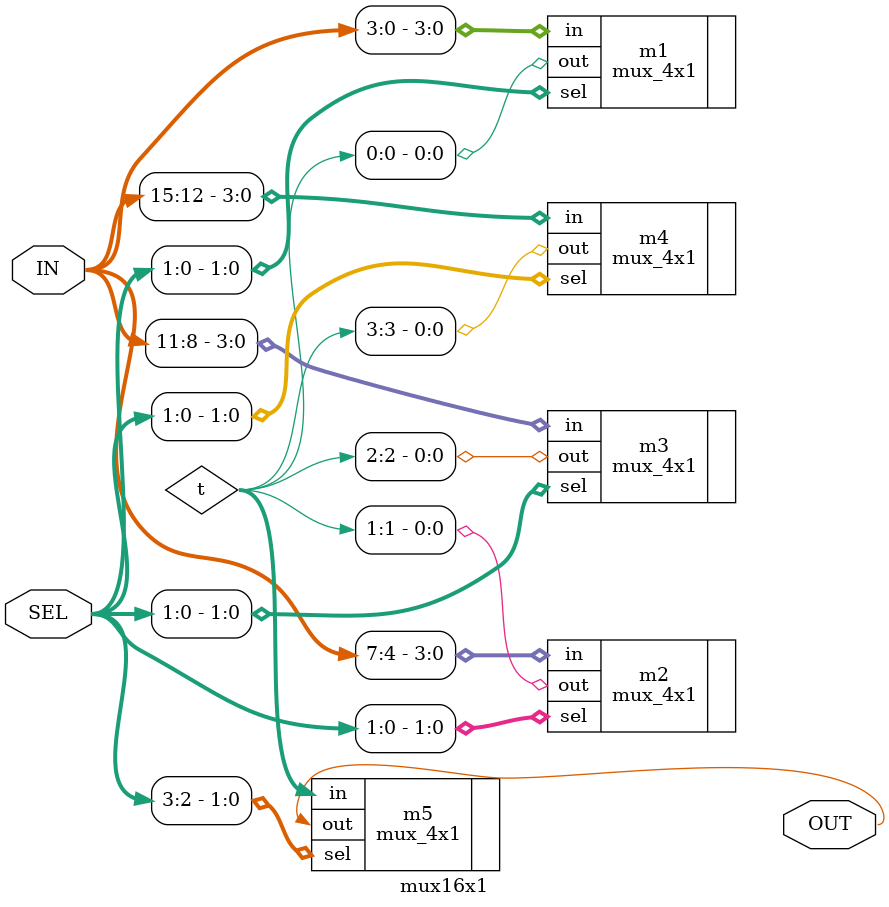
<source format=v>
module mux16x1(IN,SEL,OUT);
input [15:0]IN;
input [3:0]SEL;
output OUT;

wire [3:0]t;

mux_4x1 m1(.in(IN[3:0]),.sel(SEL[1:0]),.out(t[0]));
mux_4x1 m2(.in(IN[7:4]),.sel(SEL[1:0]),.out(t[1]));
mux_4x1 m3(.in(IN[11:8]),.sel(SEL[1:0]),.out(t[2]));
mux_4x1 m4(.in(IN[15:12]),.sel(SEL[1:0]),.out(t[3]));
mux_4x1 m5(.in(t),.sel(SEL[3:2]),.out(OUT));

endmodule

</source>
